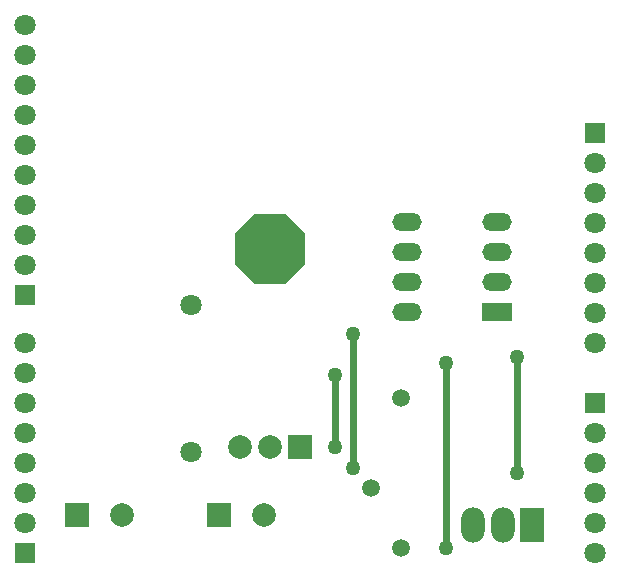
<source format=gbl>
G04 Layer_Physical_Order=2*
G04 Layer_Color=16711680*
%FSLAX44Y44*%
%MOMM*%
G71*
G01*
G75*
%ADD19C,0.6000*%
%ADD21O,2.5000X1.5000*%
%ADD22R,2.5000X1.5000*%
%ADD23C,1.8000*%
%ADD24O,2.0000X3.0000*%
%ADD25R,2.0000X3.0000*%
%ADD26R,1.8000X1.8000*%
%ADD27P,6.4944X8X202.5*%
%ADD28R,2.0000X2.0000*%
%ADD29C,2.0000*%
%ADD30C,1.5000*%
%ADD31C,1.2700*%
%ADD32C,0.8000*%
D19*
X-744800Y100000D02*
Y213000D01*
X-665800Y32000D02*
Y189000D01*
X-605800Y96000D02*
Y194000D01*
X-759800Y118000D02*
Y179000D01*
D21*
X-698900Y308100D02*
D03*
Y282700D02*
D03*
Y257300D02*
D03*
Y231900D02*
D03*
X-622700Y308100D02*
D03*
Y282700D02*
D03*
Y257300D02*
D03*
D22*
Y231900D02*
D03*
D23*
X-881800Y238000D02*
D03*
Y113000D02*
D03*
X-1021800Y449840D02*
D03*
Y475240D02*
D03*
Y424440D02*
D03*
Y399040D02*
D03*
Y373640D02*
D03*
Y348240D02*
D03*
Y322840D02*
D03*
Y297440D02*
D03*
Y272040D02*
D03*
X-539200Y206000D02*
D03*
Y231400D02*
D03*
Y256800D02*
D03*
Y282200D02*
D03*
Y307600D02*
D03*
Y333000D02*
D03*
Y358400D02*
D03*
X-1021800Y206000D02*
D03*
Y180600D02*
D03*
Y155200D02*
D03*
Y129800D02*
D03*
Y104400D02*
D03*
Y79000D02*
D03*
Y53600D02*
D03*
X-539200Y129800D02*
D03*
Y104400D02*
D03*
Y79000D02*
D03*
Y53600D02*
D03*
Y28200D02*
D03*
D24*
X-642800Y52000D02*
D03*
X-617800D02*
D03*
D25*
X-592800D02*
D03*
D26*
X-1021800Y246640D02*
D03*
X-539200Y383800D02*
D03*
X-1021800Y28200D02*
D03*
X-539200Y155200D02*
D03*
D27*
X-814800Y285000D02*
D03*
D28*
X-789400Y118000D02*
D03*
X-977850Y60000D02*
D03*
X-857850D02*
D03*
D29*
X-814800Y118000D02*
D03*
X-840200D02*
D03*
X-939750Y60000D02*
D03*
X-819750D02*
D03*
D30*
X-703800Y32000D02*
D03*
X-729200Y82800D02*
D03*
X-703800Y159000D02*
D03*
D31*
X-744800Y213000D02*
D03*
X-665800Y32000D02*
D03*
Y189000D02*
D03*
X-605800Y96000D02*
D03*
Y194000D02*
D03*
X-759800Y118000D02*
D03*
Y179000D02*
D03*
X-744800Y100000D02*
D03*
D32*
X-814800Y309750D02*
D03*
X-790050Y285000D02*
D03*
X-814800Y260250D02*
D03*
X-839550Y285000D02*
D03*
X-832300Y267500D02*
D03*
X-797300D02*
D03*
Y302500D02*
D03*
X-832300D02*
D03*
M02*

</source>
